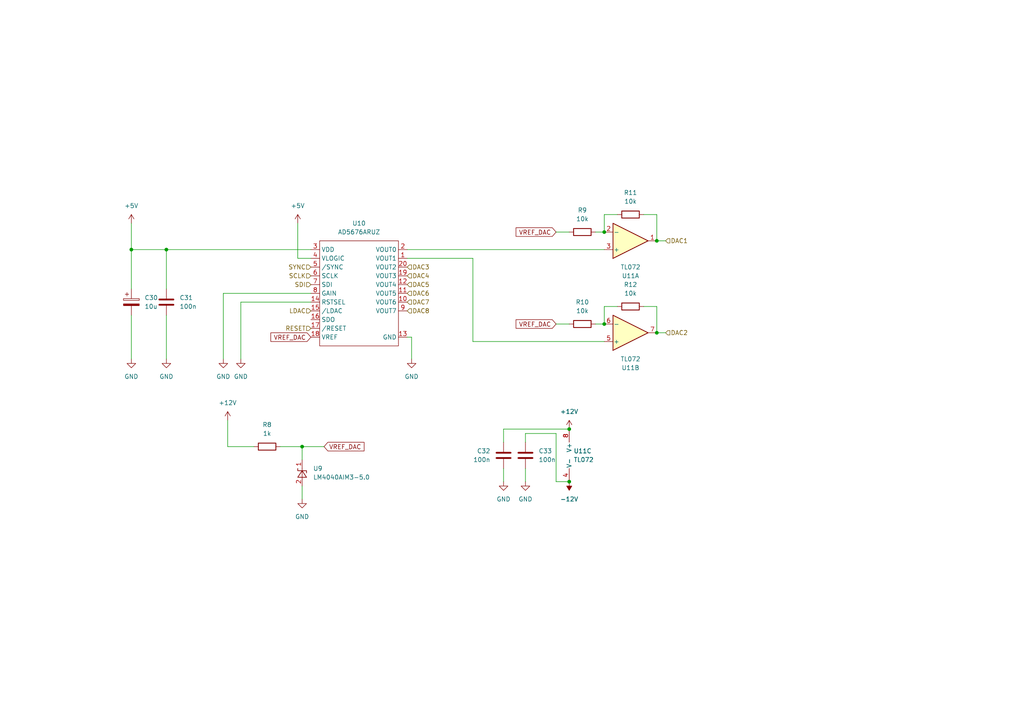
<source format=kicad_sch>
(kicad_sch (version 20230121) (generator eeschema)
  (paper "A4")
  (title_block (title "Polykit-X8 Mainboard") (date "2024-01-14") (rev "v0.0.2") (company "Jan Knipper") (comment 1 "github.com/polykit"))
  (lib_symbols
    (symbol "Amplifier_Operational:TL072" (pin_names (offset 0.127))
      (property "Reference" "U" (at 0 5.08 0))
      (property "Value" "TL072" (at 0 -5.08 0))
      (symbol "TL072_1_1"
        (polyline (pts (xy -5.08 5.08) (xy 5.08 0) (xy -5.08 -5.08) (xy -5.08 5.08)) (stroke (width 0.254)) (fill (type background)))
        (pin output line (at 7.62 0 180) (length 2.54) (name "~") (number "1"))
        (pin input line (at -7.62 -2.54 0) (length 2.54) (name "-") (number "2"))
        (pin input line (at -7.62 2.54 0) (length 2.54) (name "+") (number "3"))
      )
      (symbol "TL072_2_1"
        (polyline (pts (xy -5.08 5.08) (xy 5.08 0) (xy -5.08 -5.08) (xy -5.08 5.08)) (stroke (width 0.254)) (fill (type background)))
        (pin input line (at -7.62 2.54 0) (length 2.54) (name "+") (number "5"))
        (pin input line (at -7.62 -2.54 0) (length 2.54) (name "-") (number "6"))
        (pin output line (at 7.62 0 180) (length 2.54) (name "~") (number "7"))
      )
      (symbol "TL072_3_1"
        (pin power_in line (at -2.54 -7.62 90) (length 3.81) (name "V-") (number "4"))
        (pin power_in line (at -2.54 7.62 270) (length 3.81) (name "V+") (number "8"))
      )
    )
    (symbol "Device:C" (pin_numbers hide) (pin_names (offset 0.254))
      (property "Reference" "C" (at 0.635 2.54 0))
      (property "Value" "C" (at 0.635 -2.54 0))
      (symbol "C_0_1"
        (polyline (pts (xy -2.032 -0.762) (xy 2.032 -0.762)) (stroke (width 0.508)))
        (polyline (pts (xy -2.032 0.762) (xy 2.032 0.762)) (stroke (width 0.508)))
      )
      (symbol "C_1_1"
        (pin passive line (at 0 3.81 270) (length 2.794) (name "~") (number "1"))
        (pin passive line (at 0 -3.81 90) (length 2.794) (name "~") (number "2"))
      )
    )
    (symbol "Device:C_Polarized" (pin_numbers hide) (pin_names (offset 0.254))
      (property "Reference" "C" (at 0.635 2.54 0))
      (property "Value" "C_Polarized" (at 0.635 -2.54 0))
      (symbol "C_Polarized_0_1"
        (rectangle (start -2.286 0.508) (end 2.286 1.016))
        (polyline (pts (xy -1.778 2.286) (xy -0.762 2.286)))
        (polyline (pts (xy -1.27 2.794) (xy -1.27 1.778)))
        (rectangle (start 2.286 -0.508) (end -2.286 -1.016) (fill (type outline)))
      )
      (symbol "C_Polarized_1_1"
        (pin passive line (at 0 3.81 270) (length 2.794) (name "~") (number "1"))
        (pin passive line (at 0 -3.81 90) (length 2.794) (name "~") (number "2"))
      )
    )
    (symbol "Device:R" (pin_numbers hide) (pin_names (offset 0))
      (property "Reference" "R" (at 2.032 0 90))
      (property "Value" "R" (at 0 0 90))
      (symbol "R_0_1"
        (rectangle (start -1.016 -2.54) (end 1.016 2.54) (stroke (width 0.254)))
      )
      (symbol "R_1_1"
        (pin passive line (at 0 3.81 270) (length 1.27) (name "~") (number "1"))
        (pin passive line (at 0 -3.81 90) (length 1.27) (name "~") (number "2"))
      )
    )
    (symbol "Polykit:AD5676"
      (property "Reference" "U" (at 0 2.54 0))
      (property "Value" "AD5676" (at 0 0 0))
      (symbol "AD5676_0_1"
        (rectangle (start -11.43 16.51) (end 11.43 -13.97))
      )
      (symbol "AD5676_1_1"
        (pin output line (at 13.97 11.43 180) (length 2.54) (name "VOUT1") (number "1"))
        (pin output line (at 13.97 -1.27 180) (length 2.54) (name "VOUT6") (number "10"))
        (pin output line (at 13.97 1.27 180) (length 2.54) (name "VOUT5") (number "11"))
        (pin output line (at 13.97 3.81 180) (length 2.54) (name "VOUT4") (number "12"))
        (pin output line (at 13.97 -11.43 180) (length 2.54) (name "GND") (number "13"))
        (pin input line (at -13.97 -1.27 0) (length 2.54) (name "RSTSEL") (number "14"))
        (pin input line (at -13.97 -3.81 0) (length 2.54) (name "/LDAC") (number "15"))
        (pin input line (at -13.97 -6.35 0) (length 2.54) (name "SDO") (number "16"))
        (pin input line (at -13.97 -8.89 0) (length 2.54) (name "/RESET") (number "17"))
        (pin input line (at -13.97 -11.43 0) (length 2.54) (name "VREF") (number "18"))
        (pin output line (at 13.97 6.35 180) (length 2.54) (name "VOUT3") (number "19"))
        (pin output line (at 13.97 13.97 180) (length 2.54) (name "VOUT0") (number "2"))
        (pin output line (at 13.97 8.89 180) (length 2.54) (name "VOUT2") (number "20"))
        (pin input line (at -13.97 13.97 0) (length 2.54) (name "VDD") (number "3"))
        (pin input line (at -13.97 11.43 0) (length 2.54) (name "VLOGIC") (number "4"))
        (pin input line (at -13.97 8.89 0) (length 2.54) (name "/SYNC") (number "5"))
        (pin input line (at -13.97 6.35 0) (length 2.54) (name "SCLK") (number "6"))
        (pin input line (at -13.97 3.81 0) (length 2.54) (name "SDI") (number "7"))
        (pin input line (at -13.97 1.27 0) (length 2.54) (name "GAIN") (number "8"))
        (pin output line (at 13.97 -3.81 180) (length 2.54) (name "VOUT7") (number "9"))
      )
    )
    (symbol "Reference_Voltage:LM4040DBZ-5" (pin_names (offset 0.0254) hide)
      (property "Reference" "U" (at 0 2.54 0))
      (property "Value" "LM4040DBZ-5" (at 0 -3.175 0))
      (symbol "LM4040DBZ-5_0_1"
        (polyline (pts (xy -1.27 0) (xy 0 0) (xy 1.27 0)))
        (polyline (pts (xy -1.27 -1.27) (xy 0.635 0) (xy -1.27 1.27) (xy -1.27 -1.27)) (stroke (width 0.2032)))
        (polyline (pts (xy 0 -1.27) (xy 0.635 -1.27) (xy 0.635 1.27) (xy 1.27 1.27)) (stroke (width 0.2032)))
      )
      (symbol "LM4040DBZ-5_1_1"
        (pin passive line (at 3.81 0 180) (length 2.54) (name "K") (number "1"))
        (pin passive line (at -3.81 0 0) (length 2.54) (name "A") (number "2"))
      )
    )
    (symbol "power:+12V" (power) (pin_names (offset 0))
      (property "Value" "+12V" (at 0 3.556 0))
      (symbol "+12V_0_1"
        (polyline (pts (xy -0.762 1.27) (xy 0 2.54)))
        (polyline (pts (xy 0 0) (xy 0 2.54)))
        (polyline (pts (xy 0 2.54) (xy 0.762 1.27)))
      )
      (symbol "+12V_1_1"
        (pin power_in line (at 0 0 90) (length 0) hide (name "+12V") (number "1"))
      )
    )
    (symbol "power:+5V" (power) (pin_names (offset 0))
      (property "Value" "+5V" (at 0 3.556 0))
      (symbol "+5V_0_1"
        (polyline (pts (xy -0.762 1.27) (xy 0 2.54)))
        (polyline (pts (xy 0 0) (xy 0 2.54)))
        (polyline (pts (xy 0 2.54) (xy 0.762 1.27)))
      )
      (symbol "+5V_1_1"
        (pin power_in line (at 0 0 90) (length 0) hide (name "+5V") (number "1"))
      )
    )
    (symbol "power:-12V" (power) (pin_names (offset 0))
      (property "Value" "-12V" (at 0 3.81 0))
      (symbol "-12V_0_0"
        (pin power_in line (at 0 0 90) (length 0) hide (name "-12V") (number "1"))
      )
      (symbol "-12V_0_1"
        (polyline (pts (xy 0 0) (xy 0 1.27) (xy 0.762 1.27) (xy 0 2.54) (xy -0.762 1.27) (xy 0 1.27)) (fill (type outline)))
      )
    )
    (symbol "power:GND" (power) (pin_names (offset 0))
      (property "Value" "GND" (at 0 -3.81 0))
      (symbol "GND_0_1"
        (polyline (pts (xy 0 0) (xy 0 -1.27) (xy 1.27 -1.27) (xy 0 -2.54) (xy -1.27 -1.27) (xy 0 -1.27)))
      )
      (symbol "GND_1_1"
        (pin power_in line (at 0 0 270) (length 0) hide (name "GND") (number "1"))
      )
    )
  )
  (junction (at 48.26 72.39))
  (junction (at 175.26 67.31))
  (junction (at 38.1 72.39))
  (junction (at 190.5 96.52))
  (junction (at 175.26 93.98))
  (junction (at 165.1 124.46))
  (junction (at 87.63 129.54))
  (junction (at 165.1 139.7))
  (junction (at 190.5 69.85))
  (wire (pts (xy 48.26 72.39) (xy 90.17 72.39)))
  (wire (pts (xy 190.5 88.9) (xy 190.5 96.52)))
  (wire (pts (xy 179.07 88.9) (xy 175.26 88.9)))
  (wire (pts (xy 179.07 62.23) (xy 175.26 62.23)))
  (wire (pts (xy 190.5 69.85) (xy 193.04 69.85)))
  (wire (pts (xy 161.29 93.98) (xy 165.1 93.98)))
  (wire (pts (xy 64.77 85.09) (xy 64.77 104.14)))
  (wire (pts (xy 90.17 74.93) (xy 86.36 74.93)))
  (wire (pts (xy 38.1 72.39) (xy 38.1 83.82)))
  (wire (pts (xy 190.5 62.23) (xy 190.5 69.85)))
  (wire (pts (xy 186.69 62.23) (xy 190.5 62.23)))
  (wire (pts (xy 69.85 87.63) (xy 69.85 104.14)))
  (wire (pts (xy 118.11 74.93) (xy 137.16 74.93)))
  (wire (pts (xy 81.28 129.54) (xy 87.63 129.54)))
  (wire (pts (xy 165.1 124.46) (xy 146.05 124.46)))
  (wire (pts (xy 175.26 88.9) (xy 175.26 93.98)))
  (wire (pts (xy 152.4 125.73) (xy 152.4 128.27)))
  (wire (pts (xy 161.29 67.31) (xy 165.1 67.31)))
  (wire (pts (xy 38.1 72.39) (xy 48.26 72.39)))
  (wire (pts (xy 86.36 64.77) (xy 86.36 74.93)))
  (wire (pts (xy 87.63 144.78) (xy 87.63 140.97)))
  (wire (pts (xy 152.4 125.73) (xy 161.29 125.73)))
  (wire (pts (xy 87.63 129.54) (xy 87.63 133.35)))
  (wire (pts (xy 90.17 87.63) (xy 69.85 87.63)))
  (wire (pts (xy 190.5 96.52) (xy 193.04 96.52)))
  (wire (pts (xy 64.77 85.09) (xy 90.17 85.09)))
  (wire (pts (xy 137.16 99.06) (xy 137.16 74.93)))
  (wire (pts (xy 66.04 129.54) (xy 73.66 129.54)))
  (wire (pts (xy 175.26 99.06) (xy 137.16 99.06)))
  (wire (pts (xy 118.11 72.39) (xy 175.26 72.39)))
  (wire (pts (xy 66.04 121.92) (xy 66.04 129.54)))
  (wire (pts (xy 38.1 104.14) (xy 38.1 91.44)))
  (wire (pts (xy 38.1 72.39) (xy 38.1 64.77)))
  (wire (pts (xy 161.29 139.7) (xy 161.29 125.73)))
  (wire (pts (xy 146.05 124.46) (xy 146.05 128.27)))
  (wire (pts (xy 172.72 93.98) (xy 175.26 93.98)))
  (wire (pts (xy 152.4 135.89) (xy 152.4 139.7)))
  (wire (pts (xy 119.38 97.79) (xy 119.38 104.14)))
  (wire (pts (xy 186.69 88.9) (xy 190.5 88.9)))
  (wire (pts (xy 161.29 139.7) (xy 165.1 139.7)))
  (wire (pts (xy 48.26 104.14) (xy 48.26 91.44)))
  (wire (pts (xy 118.11 97.79) (xy 119.38 97.79)))
  (wire (pts (xy 87.63 129.54) (xy 93.98 129.54)))
  (wire (pts (xy 172.72 67.31) (xy 175.26 67.31)))
  (wire (pts (xy 175.26 62.23) (xy 175.26 67.31)))
  (wire (pts (xy 146.05 135.89) (xy 146.05 139.7)))
  (wire (pts (xy 48.26 83.82) (xy 48.26 72.39)))
  (global_label "VREF_DAC" (shape input) (at 161.29 67.31 180) (property "Intersheetrefs" "${INTERSHEET_REFS}" (effects hide)))
  (global_label "VREF_DAC" (shape input) (at 90.17 97.79 180) (property "Intersheetrefs" "${INTERSHEET_REFS}" (effects hide)))
  (global_label "VREF_DAC" (shape input) (at 93.98 129.54 0) (property "Intersheetrefs" "${INTERSHEET_REFS}" (effects hide)))
  (global_label "VREF_DAC" (shape input) (at 161.29 93.98 180) (property "Intersheetrefs" "${INTERSHEET_REFS}" (effects hide)))
  (hierarchical_label "SCLK" (shape input) (at 90.17 80.01 180))
  (hierarchical_label "DAC2" (shape input) (at 193.04 96.52 0))
  (hierarchical_label "DAC6" (shape input) (at 118.11 85.09 0))
  (hierarchical_label "DAC7" (shape input) (at 118.11 87.63 0))
  (hierarchical_label "SDI" (shape input) (at 90.17 82.55 180))
  (hierarchical_label "LDAC" (shape input) (at 90.17 90.17 180))
  (hierarchical_label "DAC8" (shape input) (at 118.11 90.17 0))
  (hierarchical_label "DAC4" (shape input) (at 118.11 80.01 0))
  (hierarchical_label "RESET" (shape input) (at 90.17 95.25 180))
  (hierarchical_label "DAC3" (shape input) (at 118.11 77.47 0))
  (hierarchical_label "DAC5" (shape input) (at 118.11 82.55 0))
  (hierarchical_label "SYNC" (shape input) (at 90.17 77.47 180))
  (hierarchical_label "DAC1" (shape input) (at 193.04 69.85 0))
  (symbol (lib_id "Device:R") (at 182.88 88.9 90) (unit 1)
    (property "Reference" "R12" (at 182.88 82.55 90))
    (property "Value" "10k" (at 182.88 85.09 90))
    (property "Footprint" "Resistor_SMD:R_1206_3216Metric_Pad1.30x1.75mm_HandSolder" (effects hide))
  )
  (symbol (lib_id "Device:R") (at 77.47 129.54 90) (unit 1)
    (property "Reference" "R8" (at 77.47 123.19 90))
    (property "Value" "1k" (at 77.47 125.73 90))
    (property "Footprint" "Resistor_SMD:R_1206_3216Metric_Pad1.30x1.75mm_HandSolder" (effects hide))
  )
  (symbol (lib_id "Amplifier_Operational:TL072") (at 167.64 132.08 0) (unit 3)
    (property "Reference" "U11" (at 166.37 130.8099 0) (effects (justify left)))
    (property "Value" "TL072" (at 166.37 133.3499 0) (effects (justify left)))
    (property "Footprint" "Package_SO:SO-8_3.9x4.9mm_P1.27mm" (effects hide))
    (property "Datasheet" "http://www.ti.com/lit/ds/symlink/tl071.pdf" (effects hide))
  )
  (symbol (lib_id "Device:R") (at 168.91 93.98 90) (unit 1)
    (property "Reference" "R10" (at 168.91 87.63 90))
    (property "Value" "10k" (at 168.91 90.17 90))
    (property "Footprint" "Resistor_SMD:R_1206_3216Metric_Pad1.30x1.75mm_HandSolder" (effects hide))
  )
  (symbol (lib_id "Device:C") (at 48.26 87.63 0) (unit 1)
    (property "Reference" "C31" (at 52.07 86.3599 0) (effects (justify left)))
    (property "Value" "100n" (at 52.07 88.8999 0) (effects (justify left)))
    (property "Footprint" "Capacitor_SMD:C_1206_3216Metric_Pad1.33x1.80mm_HandSolder" (effects hide))
  )
  (symbol (lib_id "power:GND") (at 69.85 104.14 0) (unit 1)
    (property "Reference" "#PWR063" (effects hide))
    (property "Value" "GND" (at 69.85 109.22 0))
  )
  (symbol (lib_id "power:-12V") (at 165.1 139.7 180) (unit 1)
    (property "Reference" "#PWR070" (effects hide))
    (property "Value" "-12V" (at 165.1 144.78 0))
  )
  (symbol (lib_id "Device:C") (at 146.05 132.08 0) (unit 1)
    (property "Reference" "C32" (at 142.24 130.8099 0) (effects (justify right)))
    (property "Value" "100n" (at 142.24 133.3499 0) (effects (justify right)))
    (property "Footprint" "Capacitor_SMD:C_1206_3216Metric_Pad1.33x1.80mm_HandSolder" (effects hide))
  )
  (symbol (lib_id "power:+5V") (at 38.1 64.77 0) (unit 1)
    (property "Reference" "#PWR058" (effects hide))
    (property "Value" "+5V" (at 38.1 59.69 0))
  )
  (symbol (lib_id "power:GND") (at 146.05 139.7 0) (unit 1)
    (property "Reference" "#PWR067" (effects hide))
    (property "Value" "GND" (at 146.05 144.78 0))
  )
  (symbol (lib_id "power:+12V") (at 165.1 124.46 0) (unit 1)
    (property "Reference" "#PWR069" (effects hide))
    (property "Value" "+12V" (at 165.1 119.38 0))
  )
  (symbol (lib_id "Amplifier_Operational:TL072") (at 182.88 69.85 0) (mirror x) (unit 1)
    (property "Reference" "U11" (at 182.88 80.01 0))
    (property "Value" "TL072" (at 182.88 77.47 0))
    (property "Footprint" "Package_SO:SO-8_3.9x4.9mm_P1.27mm" (effects hide))
    (property "Datasheet" "http://www.ti.com/lit/ds/symlink/tl071.pdf" (effects hide))
  )
  (symbol (lib_id "Device:R") (at 182.88 62.23 90) (unit 1)
    (property "Reference" "R11" (at 182.88 55.88 90))
    (property "Value" "10k" (at 182.88 58.42 90))
    (property "Footprint" "Resistor_SMD:R_1206_3216Metric_Pad1.30x1.75mm_HandSolder" (effects hide))
  )
  (symbol (lib_id "Reference_Voltage:LM4040DBZ-5") (at 87.63 137.16 90) (unit 1)
    (property "Reference" "U9" (at 90.805 135.8899 90) (effects (justify right)))
    (property "Value" "LM4040AIM3-5.0" (at 90.805 138.4299 90) (effects (justify right)))
    (property "Footprint" "Package_TO_SOT_SMD:SOT-23" (effects hide))
    (property "Datasheet" "http://www.ti.com/lit/ds/symlink/lm4040-n.pdf" (effects hide))
  )
  (symbol (lib_id "Device:R") (at 168.91 67.31 90) (unit 1)
    (property "Reference" "R9" (at 168.91 60.96 90))
    (property "Value" "10k" (at 168.91 63.5 90))
    (property "Footprint" "Resistor_SMD:R_1206_3216Metric_Pad1.30x1.75mm_HandSolder" (effects hide))
  )
  (symbol (lib_id "power:GND") (at 152.4 139.7 0) (unit 1)
    (property "Reference" "#PWR068" (effects hide))
    (property "Value" "GND" (at 152.4 144.78 0))
  )
  (symbol (lib_id "power:+5V") (at 86.36 64.77 0) (unit 1)
    (property "Reference" "#PWR064" (effects hide))
    (property "Value" "+5V" (at 86.36 59.69 0))
  )
  (symbol (lib_id "Polykit:AD5676") (at 104.14 86.36 0) (unit 1)
    (property "Reference" "U10" (at 104.14 64.77 0))
    (property "Value" "AD5676ARUZ" (at 104.14 67.31 0))
    (property "Footprint" "Package_SO:TSSOP-20_4.4x6.5mm_P0.65mm" (effects hide))
  )
  (symbol (lib_id "power:+12V") (at 66.04 121.92 0) (unit 1)
    (property "Reference" "#PWR062" (effects hide))
    (property "Value" "+12V" (at 66.04 116.84 0))
  )
  (symbol (lib_id "power:GND") (at 119.38 104.14 0) (unit 1)
    (property "Reference" "#PWR066" (effects hide))
    (property "Value" "GND" (at 119.38 109.22 0))
  )
  (symbol (lib_id "Amplifier_Operational:TL072") (at 182.88 96.52 0) (mirror x) (unit 2)
    (property "Reference" "U11" (at 182.88 106.68 0))
    (property "Value" "TL072" (at 182.88 104.14 0))
    (property "Footprint" "Package_SO:SO-8_3.9x4.9mm_P1.27mm" (effects hide))
    (property "Datasheet" "http://www.ti.com/lit/ds/symlink/tl071.pdf" (effects hide))
  )
  (symbol (lib_id "power:GND") (at 64.77 104.14 0) (unit 1)
    (property "Reference" "#PWR061" (effects hide))
    (property "Value" "GND" (at 64.77 109.22 0))
  )
  (symbol (lib_id "power:GND") (at 48.26 104.14 0) (unit 1)
    (property "Reference" "#PWR060" (effects hide))
    (property "Value" "GND" (at 48.26 109.22 0))
  )
  (symbol (lib_id "power:GND") (at 87.63 144.78 0) (unit 1)
    (property "Reference" "#PWR065" (effects hide))
    (property "Value" "GND" (at 87.63 149.86 0))
  )
  (symbol (lib_id "Device:C_Polarized") (at 38.1 87.63 0) (unit 1)
    (property "Reference" "C30" (at 41.91 86.36 0) (effects (justify left)))
    (property "Value" "10u" (at 41.91 88.9 0) (effects (justify left)))
    (property "Footprint" "Capacitor_SMD:CP_Elec_5x5.9" (effects hide))
  )
  (symbol (lib_id "Device:C") (at 152.4 132.08 0) (unit 1)
    (property "Reference" "C33" (at 156.21 130.8099 0) (effects (justify left)))
    (property "Value" "100n" (at 156.21 133.3499 0) (effects (justify left)))
    (property "Footprint" "Capacitor_SMD:C_1206_3216Metric_Pad1.33x1.80mm_HandSolder" (effects hide))
  )
  (symbol (lib_id "power:GND") (at 38.1 104.14 0) (unit 1)
    (property "Reference" "#PWR059" (effects hide))
    (property "Value" "GND" (at 38.1 109.22 0))
  )
)
</source>
